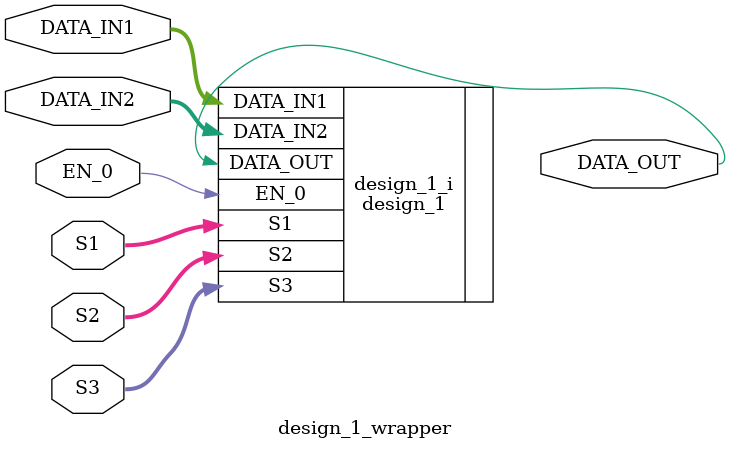
<source format=v>
`timescale 1 ps / 1 ps

module design_1_wrapper
   (DATA_IN1,
    DATA_IN2,
    DATA_OUT,
    EN_0,
    S1,
    S2,
    S3);
  input [3:0]DATA_IN1;
  input [3:0]DATA_IN2;
  output DATA_OUT;
  input EN_0;
  input [1:0]S1;
  input [1:0]S2;
  input [1:0]S3;

  wire [3:0]DATA_IN1;
  wire [3:0]DATA_IN2;
  wire DATA_OUT;
  wire EN_0;
  wire [1:0]S1;
  wire [1:0]S2;
  wire [1:0]S3;

  design_1 design_1_i
       (.DATA_IN1(DATA_IN1),
        .DATA_IN2(DATA_IN2),
        .DATA_OUT(DATA_OUT),
        .EN_0(EN_0),
        .S1(S1),
        .S2(S2),
        .S3(S3));
endmodule

</source>
